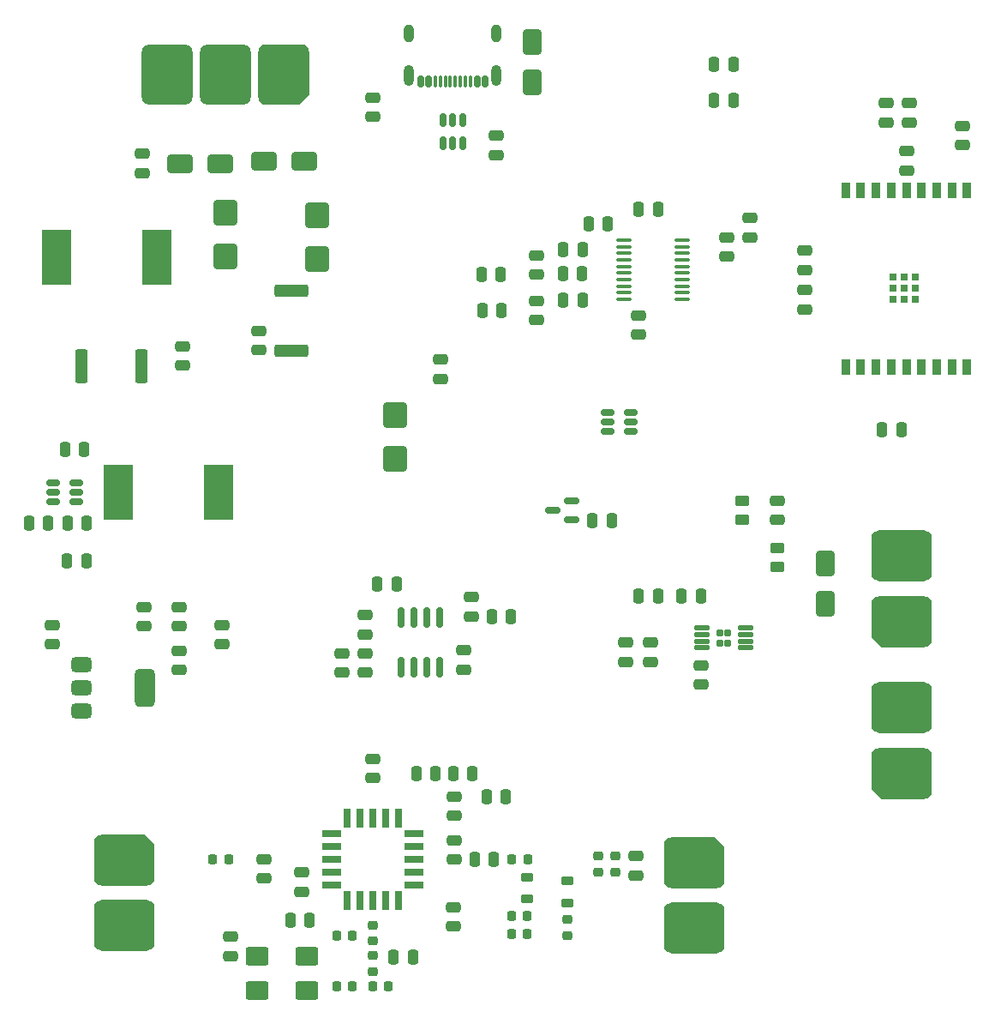
<source format=gtp>
%TF.GenerationSoftware,KiCad,Pcbnew,9.0.7*%
%TF.CreationDate,2026-02-10T21:18:12+01:00*%
%TF.ProjectId,Tesla_sextant_BT,5465736c-615f-4736-9578-74616e745f42,2.1*%
%TF.SameCoordinates,Original*%
%TF.FileFunction,Paste,Top*%
%TF.FilePolarity,Positive*%
%FSLAX46Y46*%
G04 Gerber Fmt 4.6, Leading zero omitted, Abs format (unit mm)*
G04 Created by KiCad (PCBNEW 9.0.7) date 2026-02-10 21:18:12*
%MOMM*%
%LPD*%
G01*
G04 APERTURE LIST*
G04 Aperture macros list*
%AMRoundRect*
0 Rectangle with rounded corners*
0 $1 Rounding radius*
0 $2 $3 $4 $5 $6 $7 $8 $9 X,Y pos of 4 corners*
0 Add a 4 corners polygon primitive as box body*
4,1,4,$2,$3,$4,$5,$6,$7,$8,$9,$2,$3,0*
0 Add four circle primitives for the rounded corners*
1,1,$1+$1,$2,$3*
1,1,$1+$1,$4,$5*
1,1,$1+$1,$6,$7*
1,1,$1+$1,$8,$9*
0 Add four rect primitives between the rounded corners*
20,1,$1+$1,$2,$3,$4,$5,0*
20,1,$1+$1,$4,$5,$6,$7,0*
20,1,$1+$1,$6,$7,$8,$9,0*
20,1,$1+$1,$8,$9,$2,$3,0*%
%AMFreePoly0*
4,1,27,-2.500000,2.000000,-1.500000,3.000000,1.750000,3.000000,1.901663,2.984505,2.066964,2.929731,2.215177,2.838312,2.338312,2.715177,2.429731,2.566964,2.484505,2.401663,2.500000,2.250000,2.500000,-2.250000,2.484505,-2.401663,2.429731,-2.566964,2.338312,-2.715177,2.215177,-2.838312,2.066964,-2.929731,1.901663,-2.984505,1.750000,-3.000000,-1.750000,-3.000000,-1.901663,-2.984505,
-2.066964,-2.929731,-2.215177,-2.838312,-2.338312,-2.715177,-2.429731,-2.566964,-2.484505,-2.401663,-2.500000,-2.250000,-2.500000,2.000000,-2.500000,2.000000,$1*%
G04 Aperture macros list end*
%ADD10RoundRect,0.250000X0.475000X-0.250000X0.475000X0.250000X-0.475000X0.250000X-0.475000X-0.250000X0*%
%ADD11RoundRect,0.250000X-0.475000X0.250000X-0.475000X-0.250000X0.475000X-0.250000X0.475000X0.250000X0*%
%ADD12R,0.700000X0.700000*%
%ADD13R,0.900000X1.500000*%
%ADD14RoundRect,0.225000X0.250000X-0.225000X0.250000X0.225000X-0.250000X0.225000X-0.250000X-0.225000X0*%
%ADD15RoundRect,0.250000X-0.250000X-0.475000X0.250000X-0.475000X0.250000X0.475000X-0.250000X0.475000X0*%
%ADD16RoundRect,0.150000X0.150000X-0.825000X0.150000X0.825000X-0.150000X0.825000X-0.150000X-0.825000X0*%
%ADD17RoundRect,0.250000X0.250000X0.475000X-0.250000X0.475000X-0.250000X-0.475000X0.250000X-0.475000X0*%
%ADD18RoundRect,0.150000X0.587500X0.150000X-0.587500X0.150000X-0.587500X-0.150000X0.587500X-0.150000X0*%
%ADD19RoundRect,0.150000X0.150000X0.425000X-0.150000X0.425000X-0.150000X-0.425000X0.150000X-0.425000X0*%
%ADD20RoundRect,0.075000X0.075000X0.500000X-0.075000X0.500000X-0.075000X-0.500000X0.075000X-0.500000X0*%
%ADD21O,1.000000X2.100000*%
%ADD22O,1.000000X1.800000*%
%ADD23FreePoly0,90.000000*%
%ADD24RoundRect,0.750000X2.250000X-1.750000X2.250000X1.750000X-2.250000X1.750000X-2.250000X-1.750000X0*%
%ADD25RoundRect,0.218750X-0.218750X-0.256250X0.218750X-0.256250X0.218750X0.256250X-0.218750X0.256250X0*%
%ADD26RoundRect,0.157500X-0.157500X-0.222500X0.157500X-0.222500X0.157500X0.222500X-0.157500X0.222500X0*%
%ADD27RoundRect,0.125000X-0.600000X-0.125000X0.600000X-0.125000X0.600000X0.125000X-0.600000X0.125000X0*%
%ADD28RoundRect,0.225000X0.225000X0.250000X-0.225000X0.250000X-0.225000X-0.250000X0.225000X-0.250000X0*%
%ADD29RoundRect,0.218750X-0.381250X0.218750X-0.381250X-0.218750X0.381250X-0.218750X0.381250X0.218750X0*%
%ADD30FreePoly0,270.000000*%
%ADD31RoundRect,0.750000X-2.250000X1.750000X-2.250000X-1.750000X2.250000X-1.750000X2.250000X1.750000X0*%
%ADD32RoundRect,0.225000X-0.250000X0.225000X-0.250000X-0.225000X0.250000X-0.225000X0.250000X0.225000X0*%
%ADD33RoundRect,0.250000X0.362500X1.425000X-0.362500X1.425000X-0.362500X-1.425000X0.362500X-1.425000X0*%
%ADD34R,2.900000X5.400000*%
%ADD35RoundRect,0.250000X0.650000X-1.000000X0.650000X1.000000X-0.650000X1.000000X-0.650000X-1.000000X0*%
%ADD36RoundRect,0.218750X0.381250X-0.218750X0.381250X0.218750X-0.381250X0.218750X-0.381250X-0.218750X0*%
%ADD37RoundRect,0.150000X-0.150000X0.512500X-0.150000X-0.512500X0.150000X-0.512500X0.150000X0.512500X0*%
%ADD38RoundRect,0.250000X0.900000X-1.000000X0.900000X1.000000X-0.900000X1.000000X-0.900000X-1.000000X0*%
%ADD39RoundRect,0.225000X-0.225000X-0.250000X0.225000X-0.250000X0.225000X0.250000X-0.225000X0.250000X0*%
%ADD40RoundRect,0.250000X1.000000X0.650000X-1.000000X0.650000X-1.000000X-0.650000X1.000000X-0.650000X0*%
%ADD41RoundRect,0.218750X0.218750X0.256250X-0.218750X0.256250X-0.218750X-0.256250X0.218750X-0.256250X0*%
%ADD42RoundRect,0.250000X1.425000X-0.362500X1.425000X0.362500X-1.425000X0.362500X-1.425000X-0.362500X0*%
%ADD43RoundRect,0.250000X-0.875000X-0.650000X0.875000X-0.650000X0.875000X0.650000X-0.875000X0.650000X0*%
%ADD44RoundRect,0.250000X0.450000X-0.262500X0.450000X0.262500X-0.450000X0.262500X-0.450000X-0.262500X0*%
%ADD45R,0.700000X1.925000*%
%ADD46R,1.925000X0.700000*%
%ADD47FreePoly0,180.000000*%
%ADD48RoundRect,0.750000X1.750000X2.250000X-1.750000X2.250000X-1.750000X-2.250000X1.750000X-2.250000X0*%
%ADD49RoundRect,0.250000X-0.900000X1.000000X-0.900000X-1.000000X0.900000X-1.000000X0.900000X1.000000X0*%
%ADD50RoundRect,0.150000X-0.512500X-0.150000X0.512500X-0.150000X0.512500X0.150000X-0.512500X0.150000X0*%
%ADD51RoundRect,0.218750X-0.256250X0.218750X-0.256250X-0.218750X0.256250X-0.218750X0.256250X0.218750X0*%
%ADD52RoundRect,0.100000X-0.637500X-0.100000X0.637500X-0.100000X0.637500X0.100000X-0.637500X0.100000X0*%
%ADD53RoundRect,0.375000X-0.625000X-0.375000X0.625000X-0.375000X0.625000X0.375000X-0.625000X0.375000X0*%
%ADD54RoundRect,0.500000X-0.500000X-1.400000X0.500000X-1.400000X0.500000X1.400000X-0.500000X1.400000X0*%
G04 APERTURE END LIST*
D10*
%TO.C,C41*%
X178500000Y-105700000D03*
X178500000Y-103800000D03*
%TD*%
D11*
%TO.C,R3*%
X181250000Y-79100000D03*
X181250000Y-81000000D03*
%TD*%
D12*
%TO.C,U1*%
X192150000Y-81750000D03*
X191050000Y-81750000D03*
X189950000Y-81750000D03*
X192150000Y-82850000D03*
X191050000Y-82850000D03*
X189950000Y-82850000D03*
X192150000Y-83950000D03*
X191050000Y-83950000D03*
X189950000Y-83950000D03*
D13*
X197250000Y-73140000D03*
X195750000Y-73140000D03*
X194250000Y-73140000D03*
X192750000Y-73140000D03*
X191250000Y-73140000D03*
X189750000Y-73140000D03*
X188250000Y-73140000D03*
X186750000Y-73140000D03*
X185250000Y-73140000D03*
X185250000Y-90640000D03*
X186750000Y-90640000D03*
X188250000Y-90640000D03*
X189750000Y-90640000D03*
X191250000Y-90640000D03*
X192750000Y-90640000D03*
X194250000Y-90640000D03*
X195750000Y-90640000D03*
X197250000Y-90640000D03*
%TD*%
D14*
%TO.C,C34*%
X160790000Y-140447500D03*
X160790000Y-138897500D03*
%TD*%
D15*
%TO.C,R11*%
X149350000Y-85000000D03*
X151250000Y-85000000D03*
%TD*%
D11*
%TO.C,C5*%
X164750000Y-85500000D03*
X164750000Y-87400000D03*
%TD*%
D16*
%TO.C,U3*%
X141345000Y-120275000D03*
X142615000Y-120275000D03*
X143885000Y-120275000D03*
X145155000Y-120275000D03*
X145155000Y-115325000D03*
X143885000Y-115325000D03*
X142615000Y-115325000D03*
X141345000Y-115325000D03*
%TD*%
D17*
%TO.C,C38*%
X151700000Y-133000000D03*
X149800000Y-133000000D03*
%TD*%
D18*
%TO.C,Q1*%
X158187500Y-105700000D03*
X158187500Y-103800000D03*
X156312500Y-104750000D03*
%TD*%
D10*
%TO.C,C29*%
X146500000Y-145847500D03*
X146500000Y-143947500D03*
%TD*%
D19*
%TO.C,J6*%
X149650000Y-62430000D03*
X148850000Y-62430000D03*
D20*
X147700000Y-62430000D03*
X146700000Y-62430000D03*
X146200000Y-62430000D03*
X145200000Y-62430000D03*
D19*
X144050000Y-62430000D03*
X143250000Y-62430000D03*
X143250000Y-62430000D03*
X144050000Y-62430000D03*
D20*
X144700000Y-62430000D03*
X145700000Y-62430000D03*
X147200000Y-62430000D03*
X148200000Y-62430000D03*
D19*
X148850000Y-62430000D03*
X149650000Y-62430000D03*
D21*
X150770000Y-61855000D03*
D22*
X150770000Y-57675000D03*
D21*
X142130000Y-61855000D03*
D22*
X142130000Y-57675000D03*
%TD*%
D23*
%TO.C,J4*%
X190750000Y-115750000D03*
D24*
X190750000Y-109250000D03*
%TD*%
D25*
%TO.C,L6*%
X152215000Y-144822500D03*
X153790000Y-144822500D03*
%TD*%
D11*
%TO.C,R23*%
X150750000Y-67750000D03*
X150750000Y-69650000D03*
%TD*%
D26*
%TO.C,U4*%
X172845000Y-116885000D03*
X172845000Y-117825000D03*
X173625000Y-116885000D03*
X173625000Y-117825000D03*
D27*
X171085000Y-116380000D03*
X171085000Y-117030000D03*
X171085000Y-117680000D03*
X171085000Y-118330000D03*
X175385000Y-118330000D03*
X175385000Y-117680000D03*
X175385000Y-117030000D03*
X175385000Y-116380000D03*
%TD*%
D15*
%TO.C,C21*%
X108112500Y-98700000D03*
X110012500Y-98700000D03*
%TD*%
D11*
%TO.C,R19*%
X137750000Y-115100000D03*
X137750000Y-117000000D03*
%TD*%
%TO.C,C30*%
X138500000Y-129300000D03*
X138500000Y-131200000D03*
%TD*%
D15*
%TO.C,C22*%
X104550000Y-106000000D03*
X106450000Y-106000000D03*
%TD*%
D28*
%TO.C,C42*%
X136525000Y-146750000D03*
X134975000Y-146750000D03*
%TD*%
D29*
%TO.C,L4*%
X157790000Y-141360000D03*
X157790000Y-143485000D03*
%TD*%
D17*
%TO.C,C14*%
X140900000Y-112000000D03*
X139000000Y-112000000D03*
%TD*%
D30*
%TO.C,J9*%
X114000000Y-139250000D03*
D31*
X114000000Y-145750000D03*
%TD*%
D32*
%TO.C,C43*%
X138500000Y-148725000D03*
X138500000Y-150275000D03*
%TD*%
D15*
%TO.C,C15*%
X164800000Y-113250000D03*
X166700000Y-113250000D03*
%TD*%
D11*
%TO.C,C17*%
X135500000Y-118850000D03*
X135500000Y-120750000D03*
%TD*%
D17*
%TO.C,R31*%
X144750000Y-130697500D03*
X142850000Y-130697500D03*
%TD*%
%TO.C,R8*%
X159200000Y-81400000D03*
X157300000Y-81400000D03*
%TD*%
D15*
%TO.C,C28*%
X130390000Y-145250000D03*
X132290000Y-145250000D03*
%TD*%
D33*
%TO.C,R24*%
X115712500Y-90500000D03*
X109787500Y-90500000D03*
%TD*%
D34*
%TO.C,L2*%
X113412500Y-102950000D03*
X123312500Y-102950000D03*
%TD*%
D15*
%TO.C,C8*%
X164800000Y-75000000D03*
X166700000Y-75000000D03*
%TD*%
D17*
%TO.C,R9*%
X151150000Y-81500000D03*
X149250000Y-81500000D03*
%TD*%
D35*
%TO.C,D7*%
X154250000Y-62500000D03*
X154250000Y-58500000D03*
%TD*%
D10*
%TO.C,R29*%
X164540000Y-140797500D03*
X164540000Y-138897500D03*
%TD*%
D34*
%TO.C,L1*%
X117200000Y-79750000D03*
X107300000Y-79750000D03*
%TD*%
D36*
%TO.C,L3*%
X153790000Y-143072500D03*
X153790000Y-140947500D03*
%TD*%
D32*
%TO.C,C40*%
X138500000Y-145700000D03*
X138500000Y-147250000D03*
%TD*%
D15*
%TO.C,R6*%
X172250000Y-64250000D03*
X174150000Y-64250000D03*
%TD*%
D11*
%TO.C,C7*%
X154750000Y-84050000D03*
X154750000Y-85950000D03*
%TD*%
D10*
%TO.C,C2*%
X196750000Y-68700000D03*
X196750000Y-66800000D03*
%TD*%
D37*
%TO.C,U5*%
X147400000Y-66225000D03*
X146450000Y-66225000D03*
X145500000Y-66225000D03*
X145500000Y-68500000D03*
X146450000Y-68500000D03*
X147400000Y-68500000D03*
%TD*%
D17*
%TO.C,R10*%
X159250000Y-84000000D03*
X157350000Y-84000000D03*
%TD*%
%TO.C,C11*%
X159250000Y-79000000D03*
X157350000Y-79000000D03*
%TD*%
D11*
%TO.C,C12*%
X166000000Y-117800000D03*
X166000000Y-119700000D03*
%TD*%
%TO.C,R30*%
X146540000Y-132997500D03*
X146540000Y-134897500D03*
%TD*%
D15*
%TO.C,R7*%
X172250000Y-60750000D03*
X174150000Y-60750000D03*
%TD*%
D11*
%TO.C,C13*%
X163500000Y-117800000D03*
X163500000Y-119700000D03*
%TD*%
D38*
%TO.C,D4*%
X133000000Y-79900000D03*
X133000000Y-75600000D03*
%TD*%
D11*
%TO.C,C1*%
X191500000Y-64550000D03*
X191500000Y-66450000D03*
%TD*%
D10*
%TO.C,C10*%
X173500000Y-79700000D03*
X173500000Y-77800000D03*
%TD*%
D39*
%TO.C,C31*%
X152290000Y-139197500D03*
X153840000Y-139197500D03*
%TD*%
D10*
%TO.C,C20*%
X119750000Y-90450000D03*
X119750000Y-88550000D03*
%TD*%
%TO.C,R25*%
X119400000Y-120500000D03*
X119400000Y-118600000D03*
%TD*%
D15*
%TO.C,R2*%
X188850000Y-96750000D03*
X190750000Y-96750000D03*
%TD*%
D40*
%TO.C,D5*%
X131750000Y-70250000D03*
X127750000Y-70250000D03*
%TD*%
D41*
%TO.C,L5*%
X124290000Y-139197500D03*
X122715000Y-139197500D03*
%TD*%
D38*
%TO.C,D6*%
X124000000Y-79650000D03*
X124000000Y-75350000D03*
%TD*%
D35*
%TO.C,D2*%
X183250000Y-114000000D03*
X183250000Y-110000000D03*
%TD*%
D10*
%TO.C,C19*%
X115750000Y-71450000D03*
X115750000Y-69550000D03*
%TD*%
D42*
%TO.C,R21*%
X130500000Y-88962500D03*
X130500000Y-83037500D03*
%TD*%
D43*
%TO.C,Y1*%
X127150000Y-152150000D03*
X132000000Y-152150000D03*
X132000000Y-148750000D03*
X127150000Y-148750000D03*
%TD*%
D10*
%TO.C,C25*%
X106900000Y-117950000D03*
X106900000Y-116050000D03*
%TD*%
D11*
%TO.C,R1*%
X189250000Y-64550000D03*
X189250000Y-66450000D03*
%TD*%
D17*
%TO.C,C24*%
X110262500Y-106000000D03*
X108362500Y-106000000D03*
%TD*%
D11*
%TO.C,C4*%
X175750000Y-75900000D03*
X175750000Y-77800000D03*
%TD*%
D17*
%TO.C,R15*%
X162150000Y-105750000D03*
X160250000Y-105750000D03*
%TD*%
D44*
%TO.C,R13*%
X175000000Y-105662500D03*
X175000000Y-103837500D03*
%TD*%
D28*
%TO.C,C39*%
X140065000Y-151750000D03*
X138515000Y-151750000D03*
%TD*%
D10*
%TO.C,R14*%
X147500000Y-120450000D03*
X147500000Y-118550000D03*
%TD*%
D11*
%TO.C,R4*%
X191250000Y-69300000D03*
X191250000Y-71200000D03*
%TD*%
D15*
%TO.C,R16*%
X169050000Y-113250000D03*
X170950000Y-113250000D03*
%TD*%
D45*
%TO.C,U8*%
X138540000Y-135145000D03*
X137270000Y-135145000D03*
X136000000Y-135145000D03*
D46*
X134487500Y-136657500D03*
X134487500Y-137927500D03*
X134487500Y-139197500D03*
X134487500Y-140467500D03*
X134487500Y-141737500D03*
D45*
X136000000Y-143250000D03*
X137270000Y-143250000D03*
X138540000Y-143250000D03*
X139810000Y-143250000D03*
X141080000Y-143250000D03*
D46*
X142592500Y-141737500D03*
X142592500Y-140467500D03*
X142592500Y-139197500D03*
X142592500Y-137927500D03*
X142592500Y-136657500D03*
D45*
X141080000Y-135145000D03*
X139810000Y-135145000D03*
%TD*%
D25*
%TO.C,L8*%
X134965000Y-151750000D03*
X136540000Y-151750000D03*
%TD*%
D17*
%TO.C,R18*%
X152200000Y-115250000D03*
X150300000Y-115250000D03*
%TD*%
D39*
%TO.C,C33*%
X152240000Y-146572500D03*
X153790000Y-146572500D03*
%TD*%
D30*
%TO.C,J8*%
X170300000Y-139500000D03*
D31*
X170300000Y-146000000D03*
%TD*%
D10*
%TO.C,R22*%
X138500000Y-65900000D03*
X138500000Y-64000000D03*
%TD*%
%TO.C,R28*%
X146540000Y-139197500D03*
X146540000Y-137297500D03*
%TD*%
D11*
%TO.C,C16*%
X171000000Y-120050000D03*
X171000000Y-121950000D03*
%TD*%
%TO.C,C37*%
X124500000Y-146850000D03*
X124500000Y-148750000D03*
%TD*%
D10*
%TO.C,C36*%
X131540000Y-142397500D03*
X131540000Y-140497500D03*
%TD*%
D47*
%TO.C,J7*%
X129750000Y-61750000D03*
D48*
X124000000Y-61750000D03*
X118250000Y-61750000D03*
%TD*%
D23*
%TO.C,J2*%
X190750000Y-130750000D03*
D24*
X190750000Y-124250000D03*
%TD*%
D49*
%TO.C,D3*%
X140750000Y-95350000D03*
X140750000Y-99650000D03*
%TD*%
D10*
%TO.C,R5*%
X181250000Y-84900000D03*
X181250000Y-83000000D03*
%TD*%
D50*
%TO.C,D1*%
X161725000Y-95050000D03*
X161725000Y-96000000D03*
X161725000Y-96950000D03*
X164000000Y-96950000D03*
X164000000Y-96000000D03*
X164000000Y-95050000D03*
%TD*%
%TO.C,U6*%
X106975000Y-102000000D03*
X106975000Y-102950000D03*
X106975000Y-103900000D03*
X109250000Y-103900000D03*
X109250000Y-102950000D03*
X109250000Y-102000000D03*
%TD*%
D51*
%TO.C,L7*%
X162540000Y-138897500D03*
X162540000Y-140472500D03*
%TD*%
D10*
%TO.C,C26*%
X123650000Y-117950000D03*
X123650000Y-116050000D03*
%TD*%
%TO.C,C18*%
X127250000Y-88950000D03*
X127250000Y-87050000D03*
%TD*%
D15*
%TO.C,R27*%
X148590000Y-139197500D03*
X150490000Y-139197500D03*
%TD*%
%TO.C,R33*%
X140590000Y-148850000D03*
X142490000Y-148850000D03*
%TD*%
D10*
%TO.C,R26*%
X115900000Y-116200000D03*
X115900000Y-114300000D03*
%TD*%
D17*
%TO.C,C23*%
X110250000Y-109750000D03*
X108350000Y-109750000D03*
%TD*%
D10*
%TO.C,R17*%
X148250000Y-115200000D03*
X148250000Y-113300000D03*
%TD*%
%TO.C,C6*%
X154750000Y-81500000D03*
X154750000Y-79600000D03*
%TD*%
%TO.C,C35*%
X127790000Y-141097500D03*
X127790000Y-139197500D03*
%TD*%
%TO.C,C9*%
X145250000Y-91750000D03*
X145250000Y-89850000D03*
%TD*%
D52*
%TO.C,U2*%
X163387500Y-78075000D03*
X163387500Y-78725000D03*
X163387500Y-79375000D03*
X163387500Y-80025000D03*
X163387500Y-80675000D03*
X163387500Y-81325000D03*
X163387500Y-81975000D03*
X163387500Y-82625000D03*
X163387500Y-83275000D03*
X163387500Y-83925000D03*
X169112500Y-83925000D03*
X169112500Y-83275000D03*
X169112500Y-82625000D03*
X169112500Y-81975000D03*
X169112500Y-81325000D03*
X169112500Y-80675000D03*
X169112500Y-80025000D03*
X169112500Y-79375000D03*
X169112500Y-78725000D03*
X169112500Y-78075000D03*
%TD*%
D17*
%TO.C,C3*%
X161750000Y-76500000D03*
X159850000Y-76500000D03*
%TD*%
%TO.C,R32*%
X148400000Y-130697500D03*
X146500000Y-130697500D03*
%TD*%
D53*
%TO.C,U7*%
X109750000Y-119950000D03*
X109750000Y-122250000D03*
X109750000Y-124550000D03*
D54*
X116050000Y-122250000D03*
%TD*%
D11*
%TO.C,R20*%
X137750000Y-118850000D03*
X137750000Y-120750000D03*
%TD*%
D44*
%TO.C,R12*%
X178500000Y-110325000D03*
X178500000Y-108500000D03*
%TD*%
D10*
%TO.C,C27*%
X119400000Y-116200000D03*
X119400000Y-114300000D03*
%TD*%
D32*
%TO.C,C32*%
X157790000Y-145147500D03*
X157790000Y-146697500D03*
%TD*%
D40*
%TO.C,D8*%
X123500000Y-70500000D03*
X119500000Y-70500000D03*
%TD*%
M02*

</source>
